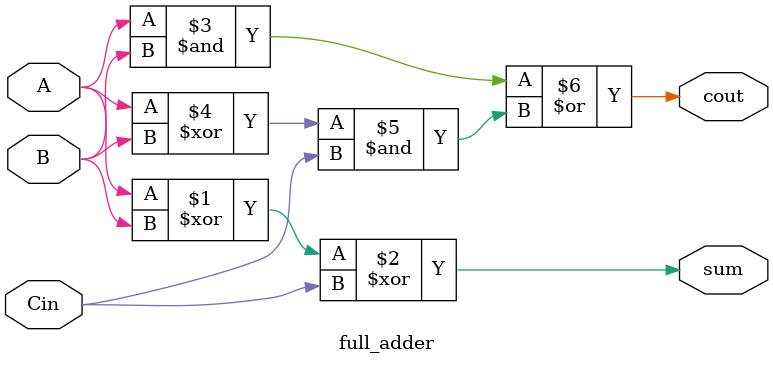
<source format=v>
module full_adder(input A, B, Cin, output sum, cout);

    assign sum = (A ^ B ^ Cin);
    assign cout = (A & B) | ((A ^ B) & Cin);

endmodule
</source>
